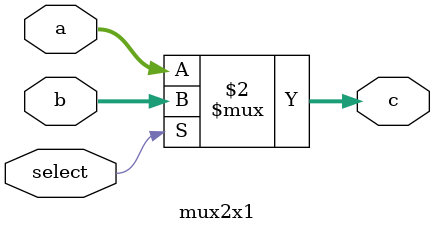
<source format=v>
module mux2x1 #(parameter bit_size=32) 
	(
	input [bit_size-1:0] a,    
	input [bit_size-1:0] b, 
	input select,
	output [bit_size-1:0] c 
	);

assign c=(select==1)?b:a;

endmodule 
</source>
